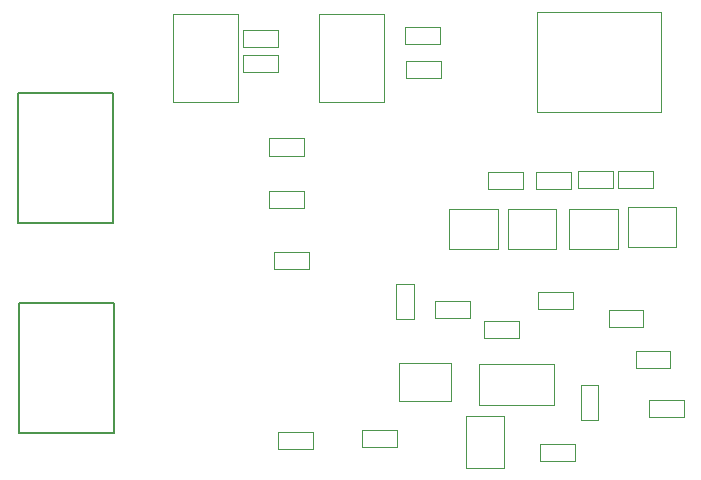
<source format=gbr>
%TF.GenerationSoftware,KiCad,Pcbnew,7.0.10*%
%TF.CreationDate,2024-04-30T20:07:41-04:00*%
%TF.ProjectId,FutekCircuit,46757465-6b43-4697-9263-7569742e6b69,rev?*%
%TF.SameCoordinates,Original*%
%TF.FileFunction,Other,User*%
%FSLAX46Y46*%
G04 Gerber Fmt 4.6, Leading zero omitted, Abs format (unit mm)*
G04 Created by KiCad (PCBNEW 7.0.10) date 2024-04-30 20:07:41*
%MOMM*%
%LPD*%
G01*
G04 APERTURE LIST*
%ADD10C,0.050000*%
%ADD11C,0.152400*%
%ADD12C,0.100000*%
G04 APERTURE END LIST*
D10*
%TO.C,R9*%
X210198000Y-88424000D02*
X213158000Y-88424000D01*
X210198000Y-89884000D02*
X210198000Y-88424000D01*
X213158000Y-88424000D02*
X213158000Y-89884000D01*
X213158000Y-89884000D02*
X210198000Y-89884000D01*
%TO.C,R3*%
X195624000Y-79153000D02*
X198584000Y-79153000D01*
X195624000Y-80613000D02*
X195624000Y-79153000D01*
X198584000Y-79153000D02*
X198584000Y-80613000D01*
X198584000Y-80613000D02*
X195624000Y-80613000D01*
%TO.C,R2*%
X181882600Y-76511400D02*
X184842600Y-76511400D01*
X181882600Y-77971400D02*
X181882600Y-76511400D01*
X184842600Y-76511400D02*
X184842600Y-77971400D01*
X184842600Y-77971400D02*
X181882600Y-77971400D01*
%TO.C,U4*%
X201807000Y-104787000D02*
X201807000Y-108287000D01*
X201807000Y-108287000D02*
X208167000Y-108287000D01*
X208167000Y-104787000D02*
X201807000Y-104787000D01*
X208167000Y-108287000D02*
X208167000Y-104787000D01*
%TO.C,R6*%
X186976200Y-91611200D02*
X184016200Y-91611200D01*
X186976200Y-90151200D02*
X186976200Y-91611200D01*
X184016200Y-91611200D02*
X184016200Y-90151200D01*
X184016200Y-90151200D02*
X186976200Y-90151200D01*
%TO.C,R1*%
X181851600Y-78594200D02*
X184811600Y-78594200D01*
X181851600Y-80054200D02*
X181851600Y-78594200D01*
X184811600Y-78594200D02*
X184811600Y-80054200D01*
X184811600Y-80054200D02*
X181851600Y-80054200D01*
D11*
%TO.C,J1*%
X170943999Y-99596001D02*
X162885999Y-99596001D01*
X162885999Y-99596001D02*
X162885999Y-110604000D01*
X170943999Y-110604000D02*
X170943999Y-99596001D01*
X162885999Y-110604000D02*
X170943999Y-110604000D01*
D10*
%TO.C,C2*%
X194901000Y-111855000D02*
X191941000Y-111855000D01*
X194901000Y-110395000D02*
X194901000Y-111855000D01*
X191941000Y-111855000D02*
X191941000Y-110395000D01*
X191941000Y-110395000D02*
X194901000Y-110395000D01*
%TO.C,U2*%
X175939000Y-82637000D02*
X175939000Y-75187000D01*
X181439000Y-82637000D02*
X175939000Y-82637000D01*
X175939000Y-75187000D02*
X181439000Y-75187000D01*
X181439000Y-75187000D02*
X181439000Y-82637000D01*
%TO.C,R7*%
X213627000Y-88424000D02*
X216587000Y-88424000D01*
X213627000Y-89884000D02*
X213627000Y-88424000D01*
X216587000Y-88424000D02*
X216587000Y-89884000D01*
X216587000Y-89884000D02*
X213627000Y-89884000D01*
%TO.C,R15*%
X201073200Y-100882200D02*
X198113200Y-100882200D01*
X201073200Y-99422200D02*
X201073200Y-100882200D01*
X198113200Y-100882200D02*
X198113200Y-99422200D01*
X198113200Y-99422200D02*
X201073200Y-99422200D01*
%TO.C,C3*%
X196284600Y-98050200D02*
X196284600Y-101010200D01*
X194824600Y-98050200D02*
X196284600Y-98050200D01*
X196284600Y-101010200D02*
X194824600Y-101010200D01*
X194824600Y-101010200D02*
X194824600Y-98050200D01*
D11*
%TO.C,J2*%
X170816999Y-81816001D02*
X162758999Y-81816001D01*
X162758999Y-81816001D02*
X162758999Y-92824000D01*
X170816999Y-92824000D02*
X170816999Y-81816001D01*
X162758999Y-92824000D02*
X170816999Y-92824000D01*
D10*
%TO.C,R11*%
X206660800Y-88525600D02*
X209620800Y-88525600D01*
X206660800Y-89985600D02*
X206660800Y-88525600D01*
X209620800Y-88525600D02*
X209620800Y-89985600D01*
X209620800Y-89985600D02*
X206660800Y-89985600D01*
%TO.C,J3*%
X217243000Y-83421000D02*
X206703000Y-83421000D01*
X217243000Y-74981000D02*
X217243000Y-83421000D01*
X217243000Y-74981000D02*
X206703000Y-74981000D01*
X206703000Y-83421000D02*
X206703000Y-74981000D01*
%TO.C,R5*%
X184041600Y-85680800D02*
X187001600Y-85680800D01*
X184041600Y-87140800D02*
X184041600Y-85680800D01*
X187001600Y-85680800D02*
X187001600Y-87140800D01*
X187001600Y-87140800D02*
X184041600Y-87140800D01*
%TO.C,R17*%
X211880200Y-106583800D02*
X211880200Y-109543800D01*
X210420200Y-106583800D02*
X211880200Y-106583800D01*
X211880200Y-109543800D02*
X210420200Y-109543800D01*
X210420200Y-109543800D02*
X210420200Y-106583800D01*
%TO.C,R14*%
X209797600Y-100145600D02*
X206837600Y-100145600D01*
X209797600Y-98685600D02*
X209797600Y-100145600D01*
X206837600Y-100145600D02*
X206837600Y-98685600D01*
X206837600Y-98685600D02*
X209797600Y-98685600D01*
%TO.C,R18*%
X205238800Y-102584000D02*
X202278800Y-102584000D01*
X205238800Y-101124000D02*
X205238800Y-102584000D01*
X202278800Y-102584000D02*
X202278800Y-101124000D01*
X202278800Y-101124000D02*
X205238800Y-101124000D01*
D12*
%TO.C,FB3*%
X195056400Y-104699400D02*
X199456400Y-104699400D01*
X195056400Y-107949400D02*
X195056400Y-104699400D01*
X199456400Y-104699400D02*
X199456400Y-107949400D01*
X199456400Y-107949400D02*
X195056400Y-107949400D01*
D10*
%TO.C,R16*%
X209975400Y-113023400D02*
X207015400Y-113023400D01*
X209975400Y-111563400D02*
X209975400Y-113023400D01*
X207015400Y-113023400D02*
X207015400Y-111563400D01*
X207015400Y-111563400D02*
X209975400Y-111563400D01*
%TO.C,R10*%
X218034800Y-105124000D02*
X215074800Y-105124000D01*
X218034800Y-103664000D02*
X218034800Y-105124000D01*
X215074800Y-105124000D02*
X215074800Y-103664000D01*
X215074800Y-103664000D02*
X218034800Y-103664000D01*
%TO.C,R12*%
X215748800Y-101669600D02*
X212788800Y-101669600D01*
X215748800Y-100209600D02*
X215748800Y-101669600D01*
X212788800Y-101669600D02*
X212788800Y-100209600D01*
X212788800Y-100209600D02*
X215748800Y-100209600D01*
%TO.C,R8*%
X219203200Y-109289600D02*
X216243200Y-109289600D01*
X219203200Y-107829600D02*
X219203200Y-109289600D01*
X216243200Y-109289600D02*
X216243200Y-107829600D01*
X216243200Y-107829600D02*
X219203200Y-107829600D01*
%TO.C,C1*%
X187408000Y-96742000D02*
X184448000Y-96742000D01*
X187408000Y-95282000D02*
X187408000Y-96742000D01*
X184448000Y-96742000D02*
X184448000Y-95282000D01*
X184448000Y-95282000D02*
X187408000Y-95282000D01*
%TO.C,R4*%
X195560000Y-76232000D02*
X198520000Y-76232000D01*
X195560000Y-77692000D02*
X195560000Y-76232000D01*
X198520000Y-76232000D02*
X198520000Y-77692000D01*
X198520000Y-77692000D02*
X195560000Y-77692000D01*
%TO.C,Q4\u002C3\u002C2\u002C1*%
X203393500Y-95045000D02*
X203393500Y-91645000D01*
X203393500Y-91645000D02*
X199293500Y-91645000D01*
X199293500Y-95045000D02*
X203393500Y-95045000D01*
X199293500Y-91645000D02*
X199293500Y-95045000D01*
%TO.C,Q2*%
X213553500Y-95045000D02*
X213553500Y-91645000D01*
X213553500Y-91645000D02*
X209453500Y-91645000D01*
X209453500Y-95045000D02*
X213553500Y-95045000D01*
X209453500Y-91645000D02*
X209453500Y-95045000D01*
%TO.C,C4*%
X184842000Y-110522000D02*
X187802000Y-110522000D01*
X184842000Y-111982000D02*
X184842000Y-110522000D01*
X187802000Y-110522000D02*
X187802000Y-111982000D01*
X187802000Y-111982000D02*
X184842000Y-111982000D01*
%TO.C,Q1*%
X218506500Y-94918000D02*
X218506500Y-91518000D01*
X218506500Y-91518000D02*
X214406500Y-91518000D01*
X214406500Y-94918000D02*
X218506500Y-94918000D01*
X214406500Y-91518000D02*
X214406500Y-94918000D01*
%TO.C,R13*%
X202578000Y-88551000D02*
X205538000Y-88551000D01*
X202578000Y-90011000D02*
X202578000Y-88551000D01*
X205538000Y-88551000D02*
X205538000Y-90011000D01*
X205538000Y-90011000D02*
X202578000Y-90011000D01*
%TO.C,Q3*%
X208346500Y-95045000D02*
X208346500Y-91645000D01*
X208346500Y-91645000D02*
X204246500Y-91645000D01*
X204246500Y-95045000D02*
X208346500Y-95045000D01*
X204246500Y-91645000D02*
X204246500Y-95045000D01*
%TO.C,U1*%
X193758000Y-75187000D02*
X193758000Y-82637000D01*
X188258000Y-75187000D02*
X193758000Y-75187000D01*
X193758000Y-82637000D02*
X188258000Y-82637000D01*
X188258000Y-82637000D02*
X188258000Y-75187000D01*
D12*
%TO.C,FB2*%
X203936000Y-109190000D02*
X203936000Y-113590000D01*
X200686000Y-109190000D02*
X203936000Y-109190000D01*
X203936000Y-113590000D02*
X200686000Y-113590000D01*
X200686000Y-113590000D02*
X200686000Y-109190000D01*
%TD*%
M02*

</source>
